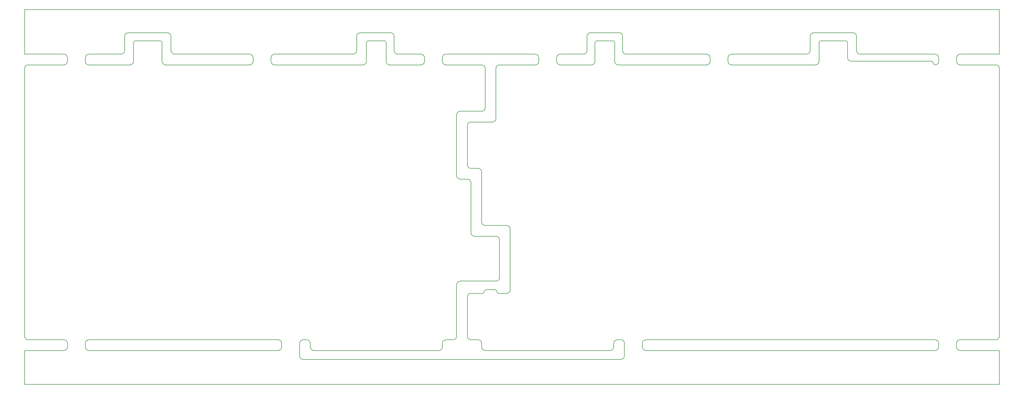
<source format=gm1>
G04 #@! TF.GenerationSoftware,KiCad,Pcbnew,(5.0.0)*
G04 #@! TF.CreationDate,2020-01-09T12:02:49-05:00*
G04 #@! TF.ProjectId,split_65,73706C69745F36352E6B696361645F70,1.0*
G04 #@! TF.SameCoordinates,Original*
G04 #@! TF.FileFunction,Profile,NP*
%FSLAX46Y46*%
G04 Gerber Fmt 4.6, Leading zero omitted, Abs format (unit mm)*
G04 Created by KiCad (PCBNEW (5.0.0)) date 01/09/20 12:02:49*
%MOMM*%
%LPD*%
G01*
G04 APERTURE LIST*
%ADD10C,0.150000*%
G04 APERTURE END LIST*
D10*
X256580765Y-54173665D02*
X284560570Y-54173665D01*
X191096115Y-54173665D02*
X179189815Y-54173665D01*
X161330365Y-54173665D02*
X173236665Y-54173665D01*
X95845715Y-54173665D02*
X67865910Y-54173665D01*
X104180125Y-54173665D02*
X133648442Y-54173756D01*
X42267365Y-54173665D02*
X55959610Y-54173665D01*
X22026655Y-54173665D02*
X33932955Y-54173665D01*
X33932955Y-145852175D02*
X22026655Y-145852175D01*
X105370755Y-145852175D02*
X42267365Y-145852175D01*
X113705165Y-145852175D02*
X114895795Y-145852175D01*
X332781085Y-145852175D02*
X344687385Y-145852175D01*
X228005645Y-145852175D02*
X324446675Y-145852175D01*
X218480605Y-145852175D02*
X219671235Y-145852175D01*
X283965255Y-43457995D02*
X297062185Y-43457995D01*
X209550880Y-43457995D02*
X219075920Y-43457995D01*
X132755245Y-43457995D02*
X142875600Y-43457995D01*
X55364295Y-43457995D02*
X68461225Y-43457995D01*
X54173665Y-44648625D02*
X54173665Y-49411145D01*
X69651855Y-44648625D02*
X69651855Y-49411145D01*
X131564615Y-44648625D02*
X131564615Y-49411145D01*
X144066230Y-44648625D02*
X144066230Y-49411145D01*
X208360250Y-44648625D02*
X208360250Y-49411145D01*
X220266550Y-49411145D02*
X220266550Y-44648625D01*
X282774625Y-44648625D02*
X282774625Y-49411145D01*
X298252815Y-49411145D02*
X298252815Y-44648625D01*
X297062185Y-43457995D02*
G75*
G02X298252815Y-44648625I0J-1190630D01*
G01*
X282774625Y-44648625D02*
G75*
G02X283965255Y-43457995I1190630J0D01*
G01*
X219075920Y-43457995D02*
G75*
G02X220266550Y-44648625I0J-1190630D01*
G01*
X208360250Y-44648625D02*
G75*
G02X209550880Y-43457995I1190630J0D01*
G01*
X142875600Y-43457995D02*
G75*
G02X144066230Y-44648625I0J-1190630D01*
G01*
X131564615Y-44648625D02*
G75*
G02X132755245Y-43457995I1190630J0D01*
G01*
X68461225Y-43457995D02*
G75*
G02X69651855Y-44648625I0J-1190630D01*
G01*
X54173665Y-44648625D02*
G75*
G02X55364295Y-43457995I1190630J0D01*
G01*
X33932955Y-50601775D02*
X20836025Y-50601775D01*
X332781085Y-50601775D02*
X345878015Y-50601775D01*
X299443445Y-50601775D02*
X324446675Y-50601775D01*
X256580765Y-50601775D02*
X281583995Y-50601775D01*
X221457180Y-50601775D02*
X248246355Y-50601775D01*
X199430525Y-50601775D02*
X207169620Y-50601775D01*
X161330365Y-50601775D02*
X191096115Y-50601775D01*
X145256860Y-50601775D02*
X152995955Y-50601775D01*
X104180125Y-50601775D02*
X130373985Y-50601775D01*
X70842485Y-50601775D02*
X95845715Y-50601775D01*
X42267365Y-50601775D02*
X52983035Y-50601775D01*
X299443445Y-50601775D02*
G75*
G02X298252815Y-49411145I0J1190630D01*
G01*
X282774625Y-49411145D02*
G75*
G02X281583995Y-50601775I-1190630J0D01*
G01*
X221457180Y-50601775D02*
G75*
G02X220266550Y-49411145I0J1190630D01*
G01*
X208360250Y-49411145D02*
G75*
G02X207169620Y-50601775I-1190630J0D01*
G01*
X145256860Y-50601775D02*
G75*
G02X144066230Y-49411145I0J1190630D01*
G01*
X131564615Y-49411145D02*
G75*
G02X130373985Y-50601775I-1190630J0D01*
G01*
X70842485Y-50601775D02*
G75*
G02X69651855Y-49411145I0J1190630D01*
G01*
X54173665Y-49411145D02*
G75*
G02X52983035Y-50601775I-1190630J0D01*
G01*
X33932955Y-149424065D02*
X20836025Y-149424065D01*
X105370755Y-149424065D02*
X42267365Y-149424065D01*
X332781085Y-149424065D02*
X345878015Y-149424065D01*
X228005645Y-149424065D02*
X324446675Y-149424065D01*
X331590455Y-52983035D02*
X331590455Y-51792405D01*
X325637305Y-52983035D02*
X325637305Y-51792405D01*
X255390135Y-52983035D02*
X255390135Y-51792405D01*
X249436985Y-52983035D02*
X249436985Y-51792405D01*
X198239895Y-52983035D02*
X198239895Y-51792405D01*
X192286745Y-52983035D02*
X192286745Y-51792405D01*
X192286745Y-52983035D02*
G75*
G02X191096115Y-54173665I-1190630J0D01*
G01*
X160139735Y-52983035D02*
X160139735Y-51792405D01*
X154186585Y-52983035D02*
X154186585Y-51792405D01*
X102989495Y-51792405D02*
X102989495Y-52983035D01*
X97036345Y-52983035D02*
X97036345Y-51792405D01*
X41076735Y-51792405D02*
X41076735Y-52983035D01*
X35123585Y-52983035D02*
X35123585Y-51792405D01*
X226815015Y-147042805D02*
X226815015Y-148233435D01*
X325637305Y-147042805D02*
X325637305Y-148233435D01*
X331590455Y-148233435D02*
X331590455Y-147042805D01*
X331590455Y-51792405D02*
G75*
G02X332781085Y-50601775I1190630J0D01*
G01*
X324446675Y-50601775D02*
G75*
G02X325637305Y-51792405I0J-1190630D01*
G01*
X255390135Y-51792405D02*
G75*
G02X256580765Y-50601775I1190630J0D01*
G01*
X248246355Y-50601775D02*
G75*
G02X249436985Y-51792405I0J-1190630D01*
G01*
X198239895Y-51792405D02*
G75*
G02X199430525Y-50601775I1190630J0D01*
G01*
X191096115Y-50601775D02*
G75*
G02X192286745Y-51792405I0J-1190630D01*
G01*
X160139735Y-51792405D02*
G75*
G02X161330365Y-50601775I1190630J0D01*
G01*
X152995955Y-50601775D02*
G75*
G02X154186585Y-51792405I0J-1190630D01*
G01*
X95845715Y-50601775D02*
G75*
G02X97036345Y-51792405I0J-1190630D01*
G01*
X102989495Y-51792405D02*
G75*
G02X104180125Y-50601775I1190630J0D01*
G01*
X35123585Y-147042805D02*
X35123585Y-148233435D01*
X41076735Y-148233435D02*
X41076735Y-147042805D01*
X106561385Y-148233435D02*
X106561385Y-147042805D01*
X112514535Y-151210010D02*
X112514535Y-147042805D01*
X33932955Y-50601775D02*
G75*
G02X35123585Y-51792405I0J-1190630D01*
G01*
X41076735Y-51792405D02*
G75*
G02X42267365Y-50601775I1190630J0D01*
G01*
X35123585Y-148233435D02*
G75*
G02X33932955Y-149424065I-1190630J0D01*
G01*
X42267365Y-149424065D02*
G75*
G02X41076735Y-148233435I0J1190630D01*
G01*
X106561385Y-148233435D02*
G75*
G02X105370755Y-149424065I-1190630J0D01*
G01*
X113705165Y-152400640D02*
G75*
G02X112514535Y-151210010I0J1190630D01*
G01*
X332781085Y-149424065D02*
G75*
G02X331590455Y-148233435I0J1190630D01*
G01*
X325637305Y-148233435D02*
G75*
G02X324446675Y-149424065I-1190630J0D01*
G01*
X228005645Y-149424065D02*
G75*
G02X226815015Y-148233435I0J1190630D01*
G01*
X220861865Y-151210010D02*
G75*
G02X219671235Y-152400640I-1190630J0D01*
G01*
X220861865Y-147042805D02*
X220861865Y-151210010D01*
X20836025Y-35718900D02*
X20836025Y-50601775D01*
X345878015Y-35718900D02*
X20836025Y-35718900D01*
X345878015Y-50601775D02*
X345878015Y-35718900D01*
X20836025Y-160735050D02*
X20836025Y-149424065D01*
X345878015Y-160735050D02*
X20836025Y-160735050D01*
X345878015Y-149424065D02*
X345878015Y-160735050D01*
X219671235Y-152400640D02*
X113705165Y-152400640D01*
X332781085Y-54173665D02*
G75*
G02X331590455Y-52983035I0J1190630D01*
G01*
X325637305Y-52983035D02*
G75*
G02X324446675Y-54173665I-1190630J0D01*
G01*
X256580765Y-54173665D02*
G75*
G02X255390135Y-52983035I0J1190630D01*
G01*
X249436985Y-52983035D02*
G75*
G02X248246355Y-54173665I-1190630J0D01*
G01*
X199430525Y-54173665D02*
G75*
G02X198239895Y-52983035I0J1190630D01*
G01*
X161330365Y-54173665D02*
G75*
G02X160139735Y-52983035I0J1190630D01*
G01*
X154186585Y-52983035D02*
G75*
G02X152995955Y-54173665I-1190630J0D01*
G01*
X104180125Y-54173665D02*
G75*
G02X102989495Y-52983035I0J1190630D01*
G01*
X97036345Y-52983035D02*
G75*
G02X95845715Y-54173665I-1190630J0D01*
G01*
X42267365Y-54173665D02*
G75*
G02X41076735Y-52983035I0J1190630D01*
G01*
X35123585Y-52983035D02*
G75*
G02X33932955Y-54173665I-1190630J0D01*
G01*
X33932955Y-145852175D02*
G75*
G02X35123585Y-147042805I0J-1190630D01*
G01*
X41076735Y-147042805D02*
G75*
G02X42267365Y-145852175I1190630J0D01*
G01*
X105370755Y-145852175D02*
G75*
G02X106561385Y-147042805I0J-1190630D01*
G01*
X112514535Y-147042805D02*
G75*
G02X113705165Y-145852175I1190630J0D01*
G01*
X219671235Y-145852175D02*
G75*
G02X220861865Y-147042805I0J-1190630D01*
G01*
X226815015Y-147042805D02*
G75*
G02X228005645Y-145852175I1190630J0D01*
G01*
X324446675Y-145852175D02*
G75*
G02X325637305Y-147042805I0J-1190630D01*
G01*
X331590455Y-147042805D02*
G75*
G02X332781085Y-145852175I1190630J0D01*
G01*
X66080076Y-46136990D02*
G75*
G02X66675392Y-46732306I0J-595316D01*
G01*
X135434390Y-46136990D02*
X140792234Y-46136990D01*
X134839074Y-46732306D02*
G75*
G02X135434390Y-46136990I595316J0D01*
G01*
X142578176Y-54173483D02*
G75*
G02X141387550Y-52982857I0J1190626D01*
G01*
X134839074Y-52982857D02*
G75*
G02X133648448Y-54173483I-1190626J0D01*
G01*
X141387550Y-46732306D02*
X141387550Y-52982857D01*
X142578182Y-54173756D02*
X152995955Y-54173665D01*
X66675392Y-46732306D02*
X66675392Y-52982857D01*
X57745652Y-46136990D02*
X66080076Y-46136990D01*
X140792234Y-46136990D02*
G75*
G02X141387550Y-46732306I0J-595316D01*
G01*
X57150336Y-52982857D02*
X57150336Y-46732306D01*
X57150336Y-46732306D02*
G75*
G02X57745652Y-46136990I595316J0D01*
G01*
X134839074Y-52982857D02*
X134839074Y-46732306D01*
X160139197Y-148232937D02*
G75*
G02X158948571Y-149423563I-1190626J0D01*
G01*
X169664205Y-93464141D02*
X169664205Y-110132905D01*
X160139197Y-147042311D02*
G75*
G02X161329823Y-145851685I1190626J0D01*
G01*
X166092327Y-92273515D02*
X168473579Y-92273515D01*
X170854831Y-111323531D02*
X177998587Y-111323531D01*
X57150336Y-52983124D02*
G75*
G02X55959710Y-54173750I-1190626J0D01*
G01*
X116086035Y-147042311D02*
X116086035Y-148232937D01*
X117276661Y-149423563D02*
G75*
G02X116086035Y-148232937I0J1190626D01*
G01*
X179189213Y-112514157D02*
X179200000Y-125100000D01*
X67866018Y-54173483D02*
G75*
G02X66675392Y-52982857I0J1190626D01*
G01*
X22026581Y-145851685D02*
G75*
G02X20835955Y-144661059I0J1190626D01*
G01*
X20835955Y-144661059D02*
X20835955Y-55364109D01*
X164901701Y-144661059D02*
X164900000Y-127500000D01*
X160139197Y-148232937D02*
X160139197Y-147042311D01*
X161329823Y-145851685D02*
X163711075Y-145851685D01*
X117276661Y-149423563D02*
X158948571Y-149423563D01*
X20835955Y-55364109D02*
G75*
G02X22026581Y-54173483I1190626J0D01*
G01*
X164901701Y-70842247D02*
X164901701Y-91082889D01*
X114895409Y-145851685D02*
G75*
G02X116086035Y-147042311I0J-1190626D01*
G01*
X177998587Y-126300000D02*
X166092327Y-126300000D01*
X164901701Y-144661059D02*
G75*
G02X163711075Y-145851685I-1190626J0D01*
G01*
X174426709Y-68460995D02*
G75*
G02X173236083Y-69651621I-1190626J0D01*
G01*
X177998587Y-111323531D02*
G75*
G02X179189213Y-112514157I0J-1190626D01*
G01*
X164900000Y-127490626D02*
G75*
G02X166090626Y-126300000I1190626J0D01*
G01*
X173236083Y-69651621D02*
X166092327Y-69651621D01*
X166092327Y-92273515D02*
G75*
G02X164901701Y-91082889I0J1190626D01*
G01*
X170854831Y-111323531D02*
G75*
G02X169664205Y-110132905I0J1190626D01*
G01*
X173236083Y-54173483D02*
G75*
G02X174426709Y-55364109I0J-1190626D01*
G01*
X168473579Y-92273515D02*
G75*
G02X169664205Y-93464141I0J-1190626D01*
G01*
X164901701Y-70842247D02*
G75*
G02X166092327Y-69651621I1190626J0D01*
G01*
X179209411Y-125100000D02*
G75*
G02X178000000Y-126300000I-1200037J0D01*
G01*
X174426709Y-55364109D02*
X174426709Y-68460995D01*
X285751764Y-52983035D02*
X285751764Y-46732306D01*
X216992766Y-46136990D02*
G75*
G02X217588082Y-46732306I0J-595316D01*
G01*
X211039606Y-46732306D02*
G75*
G02X211634922Y-46136990I595316J0D01*
G01*
X169664775Y-73223745D02*
X176808555Y-73223745D01*
X218778712Y-54173665D02*
G75*
G02X217588082Y-52983035I0J1190630D01*
G01*
X217588082Y-46732306D02*
X217588082Y-52983035D01*
X345878015Y-144661545D02*
X345878015Y-55364295D01*
X217289975Y-148233435D02*
X217289975Y-147042805D01*
X285751764Y-52983035D02*
G75*
G02X284561134Y-54173665I-1190630J0D01*
G01*
X217289975Y-147042805D02*
G75*
G02X218480605Y-145852175I1190630J0D01*
G01*
X177999185Y-72033115D02*
X177999185Y-55364295D01*
X296467452Y-52983124D02*
X323256045Y-52983035D01*
X218778714Y-54173756D02*
X248246355Y-54173665D01*
X211039606Y-52983035D02*
X211039606Y-46732306D01*
X285751764Y-46732306D02*
G75*
G02X286347080Y-46136990I595316J0D01*
G01*
X295276820Y-46732306D02*
X295276820Y-51792405D01*
X296467450Y-52983035D02*
G75*
G02X295276820Y-51792405I0J1190630D01*
G01*
X286347080Y-46136990D02*
X294681504Y-46136990D01*
X199430525Y-54173665D02*
X209848974Y-54173756D01*
X294681504Y-46136990D02*
G75*
G02X295276820Y-46732306I0J-595316D01*
G01*
X211039606Y-52983035D02*
G75*
G02X209848976Y-54173665I-1190630J0D01*
G01*
X332781085Y-54173665D02*
X344687385Y-54173665D01*
X211634922Y-46136990D02*
X216992766Y-46136990D01*
X324446675Y-54173665D02*
G75*
G02X323851360Y-53578350I0J595315D01*
G01*
X323256045Y-52983035D02*
G75*
G02X323851360Y-53578350I0J-595315D01*
G01*
X181571075Y-107752015D02*
X174427295Y-107752015D01*
X168474145Y-87511305D02*
X168474145Y-74414375D01*
X174427295Y-149424065D02*
X215504030Y-149424065D01*
X177701910Y-129183572D02*
X174725330Y-129183572D01*
X181571075Y-107752015D02*
G75*
G02X182761705Y-108942645I0J-1190630D01*
G01*
X345878015Y-144661545D02*
G75*
G02X344687385Y-145852175I-1190630J0D01*
G01*
X174130015Y-129778887D02*
G75*
G02X174725330Y-129183572I595315J0D01*
G01*
X173236665Y-106561385D02*
X173236665Y-89892565D01*
X168474145Y-131564615D02*
X168474145Y-144661545D01*
X182761705Y-129183355D02*
X182761705Y-108942645D01*
X173236665Y-147042805D02*
X173236665Y-148233435D01*
X177701911Y-129183355D02*
G75*
G02X178297226Y-129778670I0J-595315D01*
G01*
X177999185Y-55364295D02*
G75*
G02X179189815Y-54173665I1190630J0D01*
G01*
X174130014Y-129778670D02*
G75*
G02X173534699Y-130373985I-595315J0D01*
G01*
X344687385Y-54173665D02*
G75*
G02X345878015Y-55364295I0J-1190630D01*
G01*
X169664775Y-145852175D02*
X172046035Y-145852175D01*
X172046035Y-88701935D02*
X169664775Y-88701935D01*
X178892542Y-130374204D02*
X181571075Y-130373985D01*
X178892541Y-130373985D02*
G75*
G02X178297226Y-129778670I0J595315D01*
G01*
X217289975Y-148233435D02*
G75*
G02X216099345Y-149424065I-1190630J0D01*
G01*
X215504030Y-149424065D02*
X216099345Y-149424065D01*
X173534698Y-130374204D02*
X169665150Y-130374204D01*
X174427295Y-107752015D02*
G75*
G02X173236665Y-106561385I0J1190630D01*
G01*
X169664775Y-145852175D02*
G75*
G02X168474145Y-144661545I0J1190630D01*
G01*
X169664775Y-88701935D02*
G75*
G02X168474145Y-87511305I0J1190630D01*
G01*
X172046035Y-88701935D02*
G75*
G02X173236665Y-89892565I0J-1190630D01*
G01*
X182761705Y-129183355D02*
G75*
G02X181571075Y-130373985I-1190630J0D01*
G01*
X174427295Y-149424065D02*
G75*
G02X173236665Y-148233435I0J1190630D01*
G01*
X168474145Y-131564615D02*
G75*
G02X169664775Y-130373985I1190630J0D01*
G01*
X172046035Y-145852175D02*
G75*
G02X173236665Y-147042805I0J-1190630D01*
G01*
X168474145Y-74414375D02*
G75*
G02X169664775Y-73223745I1190630J0D01*
G01*
X177999185Y-72033115D02*
G75*
G02X176808555Y-73223745I-1190630J0D01*
G01*
M02*

</source>
